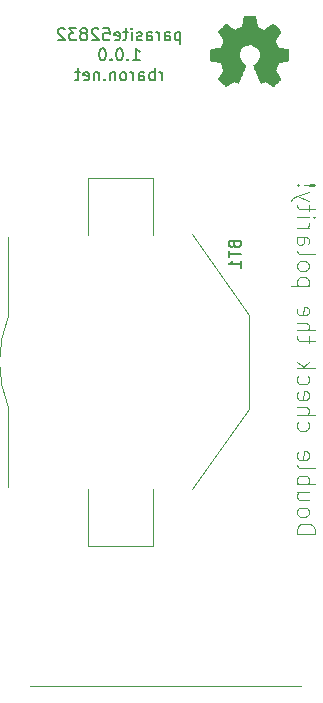
<source format=gbr>
G04 #@! TF.GenerationSoftware,KiCad,Pcbnew,(5.1.2-1)-1*
G04 #@! TF.CreationDate,2021-02-24T08:12:35+01:00*
G04 #@! TF.ProjectId,parasite,70617261-7369-4746-952e-6b696361645f,1.1.0*
G04 #@! TF.SameCoordinates,Original*
G04 #@! TF.FileFunction,Legend,Bot*
G04 #@! TF.FilePolarity,Positive*
%FSLAX46Y46*%
G04 Gerber Fmt 4.6, Leading zero omitted, Abs format (unit mm)*
G04 Created by KiCad (PCBNEW (5.1.2-1)-1) date 2021-02-24 08:12:35*
%MOMM*%
%LPD*%
G04 APERTURE LIST*
%ADD10C,0.100000*%
%ADD11C,0.200000*%
%ADD12C,0.120000*%
%ADD13C,0.010000*%
%ADD14C,0.150000*%
G04 APERTURE END LIST*
D10*
X129121428Y-86150000D02*
X130621428Y-86150000D01*
X130621428Y-85792857D01*
X130550000Y-85578571D01*
X130407142Y-85435714D01*
X130264285Y-85364285D01*
X129978571Y-85292857D01*
X129764285Y-85292857D01*
X129478571Y-85364285D01*
X129335714Y-85435714D01*
X129192857Y-85578571D01*
X129121428Y-85792857D01*
X129121428Y-86150000D01*
X129121428Y-84435714D02*
X129192857Y-84578571D01*
X129264285Y-84650000D01*
X129407142Y-84721428D01*
X129835714Y-84721428D01*
X129978571Y-84650000D01*
X130050000Y-84578571D01*
X130121428Y-84435714D01*
X130121428Y-84221428D01*
X130050000Y-84078571D01*
X129978571Y-84007142D01*
X129835714Y-83935714D01*
X129407142Y-83935714D01*
X129264285Y-84007142D01*
X129192857Y-84078571D01*
X129121428Y-84221428D01*
X129121428Y-84435714D01*
X130121428Y-82650000D02*
X129121428Y-82650000D01*
X130121428Y-83292857D02*
X129335714Y-83292857D01*
X129192857Y-83221428D01*
X129121428Y-83078571D01*
X129121428Y-82864285D01*
X129192857Y-82721428D01*
X129264285Y-82650000D01*
X129121428Y-81935714D02*
X130621428Y-81935714D01*
X130050000Y-81935714D02*
X130121428Y-81792857D01*
X130121428Y-81507142D01*
X130050000Y-81364285D01*
X129978571Y-81292857D01*
X129835714Y-81221428D01*
X129407142Y-81221428D01*
X129264285Y-81292857D01*
X129192857Y-81364285D01*
X129121428Y-81507142D01*
X129121428Y-81792857D01*
X129192857Y-81935714D01*
X129121428Y-80364285D02*
X129192857Y-80507142D01*
X129335714Y-80578571D01*
X130621428Y-80578571D01*
X129192857Y-79221428D02*
X129121428Y-79364285D01*
X129121428Y-79650000D01*
X129192857Y-79792857D01*
X129335714Y-79864285D01*
X129907142Y-79864285D01*
X130050000Y-79792857D01*
X130121428Y-79650000D01*
X130121428Y-79364285D01*
X130050000Y-79221428D01*
X129907142Y-79150000D01*
X129764285Y-79150000D01*
X129621428Y-79864285D01*
X129192857Y-76721428D02*
X129121428Y-76864285D01*
X129121428Y-77150000D01*
X129192857Y-77292857D01*
X129264285Y-77364285D01*
X129407142Y-77435714D01*
X129835714Y-77435714D01*
X129978571Y-77364285D01*
X130050000Y-77292857D01*
X130121428Y-77150000D01*
X130121428Y-76864285D01*
X130050000Y-76721428D01*
X129121428Y-76078571D02*
X130621428Y-76078571D01*
X129121428Y-75435714D02*
X129907142Y-75435714D01*
X130050000Y-75507142D01*
X130121428Y-75649999D01*
X130121428Y-75864285D01*
X130050000Y-76007142D01*
X129978571Y-76078571D01*
X129192857Y-74149999D02*
X129121428Y-74292857D01*
X129121428Y-74578571D01*
X129192857Y-74721428D01*
X129335714Y-74792857D01*
X129907142Y-74792857D01*
X130050000Y-74721428D01*
X130121428Y-74578571D01*
X130121428Y-74292857D01*
X130050000Y-74149999D01*
X129907142Y-74078571D01*
X129764285Y-74078571D01*
X129621428Y-74792857D01*
X129192857Y-72792857D02*
X129121428Y-72935714D01*
X129121428Y-73221428D01*
X129192857Y-73364285D01*
X129264285Y-73435714D01*
X129407142Y-73507142D01*
X129835714Y-73507142D01*
X129978571Y-73435714D01*
X130050000Y-73364285D01*
X130121428Y-73221428D01*
X130121428Y-72935714D01*
X130050000Y-72792857D01*
X129121428Y-72149999D02*
X130621428Y-72149999D01*
X129692857Y-72007142D02*
X129121428Y-71578571D01*
X130121428Y-71578571D02*
X129550000Y-72149999D01*
X130121428Y-70007142D02*
X130121428Y-69435714D01*
X130621428Y-69792857D02*
X129335714Y-69792857D01*
X129192857Y-69721428D01*
X129121428Y-69578571D01*
X129121428Y-69435714D01*
X129121428Y-68935714D02*
X130621428Y-68935714D01*
X129121428Y-68292857D02*
X129907142Y-68292857D01*
X130050000Y-68364285D01*
X130121428Y-68507142D01*
X130121428Y-68721428D01*
X130050000Y-68864285D01*
X129978571Y-68935714D01*
X129192857Y-67007142D02*
X129121428Y-67149999D01*
X129121428Y-67435714D01*
X129192857Y-67578571D01*
X129335714Y-67649999D01*
X129907142Y-67649999D01*
X130050000Y-67578571D01*
X130121428Y-67435714D01*
X130121428Y-67149999D01*
X130050000Y-67007142D01*
X129907142Y-66935714D01*
X129764285Y-66935714D01*
X129621428Y-67649999D01*
X130121428Y-65149999D02*
X128621428Y-65149999D01*
X130050000Y-65149999D02*
X130121428Y-65007142D01*
X130121428Y-64721428D01*
X130050000Y-64578571D01*
X129978571Y-64507142D01*
X129835714Y-64435714D01*
X129407142Y-64435714D01*
X129264285Y-64507142D01*
X129192857Y-64578571D01*
X129121428Y-64721428D01*
X129121428Y-65007142D01*
X129192857Y-65149999D01*
X129121428Y-63578571D02*
X129192857Y-63721428D01*
X129264285Y-63792857D01*
X129407142Y-63864285D01*
X129835714Y-63864285D01*
X129978571Y-63792857D01*
X130050000Y-63721428D01*
X130121428Y-63578571D01*
X130121428Y-63364285D01*
X130050000Y-63221428D01*
X129978571Y-63149999D01*
X129835714Y-63078571D01*
X129407142Y-63078571D01*
X129264285Y-63149999D01*
X129192857Y-63221428D01*
X129121428Y-63364285D01*
X129121428Y-63578571D01*
X129121428Y-62221428D02*
X129192857Y-62364285D01*
X129335714Y-62435714D01*
X130621428Y-62435714D01*
X129121428Y-61007142D02*
X129907142Y-61007142D01*
X130050000Y-61078571D01*
X130121428Y-61221428D01*
X130121428Y-61507142D01*
X130050000Y-61649999D01*
X129192857Y-61007142D02*
X129121428Y-61149999D01*
X129121428Y-61507142D01*
X129192857Y-61649999D01*
X129335714Y-61721428D01*
X129478571Y-61721428D01*
X129621428Y-61649999D01*
X129692857Y-61507142D01*
X129692857Y-61149999D01*
X129764285Y-61007142D01*
X129121428Y-60292857D02*
X130121428Y-60292857D01*
X129835714Y-60292857D02*
X129978571Y-60221428D01*
X130050000Y-60149999D01*
X130121428Y-60007142D01*
X130121428Y-59864285D01*
X129121428Y-59364285D02*
X130121428Y-59364285D01*
X130621428Y-59364285D02*
X130550000Y-59435714D01*
X130478571Y-59364285D01*
X130550000Y-59292857D01*
X130621428Y-59364285D01*
X130478571Y-59364285D01*
X130121428Y-58864285D02*
X130121428Y-58292857D01*
X130621428Y-58649999D02*
X129335714Y-58649999D01*
X129192857Y-58578571D01*
X129121428Y-58435714D01*
X129121428Y-58292857D01*
X130121428Y-57935714D02*
X129121428Y-57578571D01*
X130121428Y-57221428D02*
X129121428Y-57578571D01*
X128764285Y-57721428D01*
X128692857Y-57792857D01*
X128621428Y-57935714D01*
X129264285Y-56649999D02*
X129192857Y-56578571D01*
X129121428Y-56649999D01*
X129192857Y-56721428D01*
X129264285Y-56649999D01*
X129121428Y-56649999D01*
X129692857Y-56649999D02*
X130550000Y-56721428D01*
X130621428Y-56649999D01*
X130550000Y-56578571D01*
X129692857Y-56649999D01*
X130621428Y-56649999D01*
D11*
X119266666Y-43685714D02*
X119266666Y-44685714D01*
X119266666Y-43733333D02*
X119171428Y-43685714D01*
X118980952Y-43685714D01*
X118885714Y-43733333D01*
X118838095Y-43780952D01*
X118790476Y-43876190D01*
X118790476Y-44161904D01*
X118838095Y-44257142D01*
X118885714Y-44304761D01*
X118980952Y-44352380D01*
X119171428Y-44352380D01*
X119266666Y-44304761D01*
X117933333Y-44352380D02*
X117933333Y-43828571D01*
X117980952Y-43733333D01*
X118076190Y-43685714D01*
X118266666Y-43685714D01*
X118361904Y-43733333D01*
X117933333Y-44304761D02*
X118028571Y-44352380D01*
X118266666Y-44352380D01*
X118361904Y-44304761D01*
X118409523Y-44209523D01*
X118409523Y-44114285D01*
X118361904Y-44019047D01*
X118266666Y-43971428D01*
X118028571Y-43971428D01*
X117933333Y-43923809D01*
X117457142Y-44352380D02*
X117457142Y-43685714D01*
X117457142Y-43876190D02*
X117409523Y-43780952D01*
X117361904Y-43733333D01*
X117266666Y-43685714D01*
X117171428Y-43685714D01*
X116409523Y-44352380D02*
X116409523Y-43828571D01*
X116457142Y-43733333D01*
X116552380Y-43685714D01*
X116742857Y-43685714D01*
X116838095Y-43733333D01*
X116409523Y-44304761D02*
X116504761Y-44352380D01*
X116742857Y-44352380D01*
X116838095Y-44304761D01*
X116885714Y-44209523D01*
X116885714Y-44114285D01*
X116838095Y-44019047D01*
X116742857Y-43971428D01*
X116504761Y-43971428D01*
X116409523Y-43923809D01*
X115980952Y-44304761D02*
X115885714Y-44352380D01*
X115695238Y-44352380D01*
X115600000Y-44304761D01*
X115552380Y-44209523D01*
X115552380Y-44161904D01*
X115600000Y-44066666D01*
X115695238Y-44019047D01*
X115838095Y-44019047D01*
X115933333Y-43971428D01*
X115980952Y-43876190D01*
X115980952Y-43828571D01*
X115933333Y-43733333D01*
X115838095Y-43685714D01*
X115695238Y-43685714D01*
X115600000Y-43733333D01*
X115123809Y-44352380D02*
X115123809Y-43685714D01*
X115123809Y-43352380D02*
X115171428Y-43400000D01*
X115123809Y-43447619D01*
X115076190Y-43400000D01*
X115123809Y-43352380D01*
X115123809Y-43447619D01*
X114790476Y-43685714D02*
X114409523Y-43685714D01*
X114647619Y-43352380D02*
X114647619Y-44209523D01*
X114600000Y-44304761D01*
X114504761Y-44352380D01*
X114409523Y-44352380D01*
X113695238Y-44304761D02*
X113790476Y-44352380D01*
X113980952Y-44352380D01*
X114076190Y-44304761D01*
X114123809Y-44209523D01*
X114123809Y-43828571D01*
X114076190Y-43733333D01*
X113980952Y-43685714D01*
X113790476Y-43685714D01*
X113695238Y-43733333D01*
X113647619Y-43828571D01*
X113647619Y-43923809D01*
X114123809Y-44019047D01*
X112742857Y-43352380D02*
X113219047Y-43352380D01*
X113266666Y-43828571D01*
X113219047Y-43780952D01*
X113123809Y-43733333D01*
X112885714Y-43733333D01*
X112790476Y-43780952D01*
X112742857Y-43828571D01*
X112695238Y-43923809D01*
X112695238Y-44161904D01*
X112742857Y-44257142D01*
X112790476Y-44304761D01*
X112885714Y-44352380D01*
X113123809Y-44352380D01*
X113219047Y-44304761D01*
X113266666Y-44257142D01*
X112314285Y-43447619D02*
X112266666Y-43400000D01*
X112171428Y-43352380D01*
X111933333Y-43352380D01*
X111838095Y-43400000D01*
X111790476Y-43447619D01*
X111742857Y-43542857D01*
X111742857Y-43638095D01*
X111790476Y-43780952D01*
X112361904Y-44352380D01*
X111742857Y-44352380D01*
X111171428Y-43780952D02*
X111266666Y-43733333D01*
X111314285Y-43685714D01*
X111361904Y-43590476D01*
X111361904Y-43542857D01*
X111314285Y-43447619D01*
X111266666Y-43400000D01*
X111171428Y-43352380D01*
X110980952Y-43352380D01*
X110885714Y-43400000D01*
X110838095Y-43447619D01*
X110790476Y-43542857D01*
X110790476Y-43590476D01*
X110838095Y-43685714D01*
X110885714Y-43733333D01*
X110980952Y-43780952D01*
X111171428Y-43780952D01*
X111266666Y-43828571D01*
X111314285Y-43876190D01*
X111361904Y-43971428D01*
X111361904Y-44161904D01*
X111314285Y-44257142D01*
X111266666Y-44304761D01*
X111171428Y-44352380D01*
X110980952Y-44352380D01*
X110885714Y-44304761D01*
X110838095Y-44257142D01*
X110790476Y-44161904D01*
X110790476Y-43971428D01*
X110838095Y-43876190D01*
X110885714Y-43828571D01*
X110980952Y-43780952D01*
X110457142Y-43352380D02*
X109838095Y-43352380D01*
X110171428Y-43733333D01*
X110028571Y-43733333D01*
X109933333Y-43780952D01*
X109885714Y-43828571D01*
X109838095Y-43923809D01*
X109838095Y-44161904D01*
X109885714Y-44257142D01*
X109933333Y-44304761D01*
X110028571Y-44352380D01*
X110314285Y-44352380D01*
X110409523Y-44304761D01*
X110457142Y-44257142D01*
X109457142Y-43447619D02*
X109409523Y-43400000D01*
X109314285Y-43352380D01*
X109076190Y-43352380D01*
X108980952Y-43400000D01*
X108933333Y-43447619D01*
X108885714Y-43542857D01*
X108885714Y-43638095D01*
X108933333Y-43780952D01*
X109504761Y-44352380D01*
X108885714Y-44352380D01*
X115242857Y-46052380D02*
X115814285Y-46052380D01*
X115528571Y-46052380D02*
X115528571Y-45052380D01*
X115623809Y-45195238D01*
X115719047Y-45290476D01*
X115814285Y-45338095D01*
X114814285Y-45957142D02*
X114766666Y-46004761D01*
X114814285Y-46052380D01*
X114861904Y-46004761D01*
X114814285Y-45957142D01*
X114814285Y-46052380D01*
X114147619Y-45052380D02*
X114052380Y-45052380D01*
X113957142Y-45100000D01*
X113909523Y-45147619D01*
X113861904Y-45242857D01*
X113814285Y-45433333D01*
X113814285Y-45671428D01*
X113861904Y-45861904D01*
X113909523Y-45957142D01*
X113957142Y-46004761D01*
X114052380Y-46052380D01*
X114147619Y-46052380D01*
X114242857Y-46004761D01*
X114290476Y-45957142D01*
X114338095Y-45861904D01*
X114385714Y-45671428D01*
X114385714Y-45433333D01*
X114338095Y-45242857D01*
X114290476Y-45147619D01*
X114242857Y-45100000D01*
X114147619Y-45052380D01*
X113385714Y-45957142D02*
X113338095Y-46004761D01*
X113385714Y-46052380D01*
X113433333Y-46004761D01*
X113385714Y-45957142D01*
X113385714Y-46052380D01*
X112719047Y-45052380D02*
X112623809Y-45052380D01*
X112528571Y-45100000D01*
X112480952Y-45147619D01*
X112433333Y-45242857D01*
X112385714Y-45433333D01*
X112385714Y-45671428D01*
X112433333Y-45861904D01*
X112480952Y-45957142D01*
X112528571Y-46004761D01*
X112623809Y-46052380D01*
X112719047Y-46052380D01*
X112814285Y-46004761D01*
X112861904Y-45957142D01*
X112909523Y-45861904D01*
X112957142Y-45671428D01*
X112957142Y-45433333D01*
X112909523Y-45242857D01*
X112861904Y-45147619D01*
X112814285Y-45100000D01*
X112719047Y-45052380D01*
X117695238Y-47752380D02*
X117695238Y-47085714D01*
X117695238Y-47276190D02*
X117647619Y-47180952D01*
X117600000Y-47133333D01*
X117504761Y-47085714D01*
X117409523Y-47085714D01*
X117076190Y-47752380D02*
X117076190Y-46752380D01*
X117076190Y-47133333D02*
X116980952Y-47085714D01*
X116790476Y-47085714D01*
X116695238Y-47133333D01*
X116647619Y-47180952D01*
X116600000Y-47276190D01*
X116600000Y-47561904D01*
X116647619Y-47657142D01*
X116695238Y-47704761D01*
X116790476Y-47752380D01*
X116980952Y-47752380D01*
X117076190Y-47704761D01*
X115742857Y-47752380D02*
X115742857Y-47228571D01*
X115790476Y-47133333D01*
X115885714Y-47085714D01*
X116076190Y-47085714D01*
X116171428Y-47133333D01*
X115742857Y-47704761D02*
X115838095Y-47752380D01*
X116076190Y-47752380D01*
X116171428Y-47704761D01*
X116219047Y-47609523D01*
X116219047Y-47514285D01*
X116171428Y-47419047D01*
X116076190Y-47371428D01*
X115838095Y-47371428D01*
X115742857Y-47323809D01*
X115266666Y-47752380D02*
X115266666Y-47085714D01*
X115266666Y-47276190D02*
X115219047Y-47180952D01*
X115171428Y-47133333D01*
X115076190Y-47085714D01*
X114980952Y-47085714D01*
X114504761Y-47752380D02*
X114600000Y-47704761D01*
X114647619Y-47657142D01*
X114695238Y-47561904D01*
X114695238Y-47276190D01*
X114647619Y-47180952D01*
X114600000Y-47133333D01*
X114504761Y-47085714D01*
X114361904Y-47085714D01*
X114266666Y-47133333D01*
X114219047Y-47180952D01*
X114171428Y-47276190D01*
X114171428Y-47561904D01*
X114219047Y-47657142D01*
X114266666Y-47704761D01*
X114361904Y-47752380D01*
X114504761Y-47752380D01*
X113742857Y-47085714D02*
X113742857Y-47752380D01*
X113742857Y-47180952D02*
X113695238Y-47133333D01*
X113600000Y-47085714D01*
X113457142Y-47085714D01*
X113361904Y-47133333D01*
X113314285Y-47228571D01*
X113314285Y-47752380D01*
X112838095Y-47657142D02*
X112790476Y-47704761D01*
X112838095Y-47752380D01*
X112885714Y-47704761D01*
X112838095Y-47657142D01*
X112838095Y-47752380D01*
X112361904Y-47085714D02*
X112361904Y-47752380D01*
X112361904Y-47180952D02*
X112314285Y-47133333D01*
X112219047Y-47085714D01*
X112076190Y-47085714D01*
X111980952Y-47133333D01*
X111933333Y-47228571D01*
X111933333Y-47752380D01*
X111076190Y-47704761D02*
X111171428Y-47752380D01*
X111361904Y-47752380D01*
X111457142Y-47704761D01*
X111504761Y-47609523D01*
X111504761Y-47228571D01*
X111457142Y-47133333D01*
X111361904Y-47085714D01*
X111171428Y-47085714D01*
X111076190Y-47133333D01*
X111028571Y-47228571D01*
X111028571Y-47323809D01*
X111504761Y-47419047D01*
X110742857Y-47085714D02*
X110361904Y-47085714D01*
X110600000Y-46752380D02*
X110600000Y-47609523D01*
X110552380Y-47704761D01*
X110457142Y-47752380D01*
X110361904Y-47752380D01*
D12*
X106500000Y-99000000D02*
X129500000Y-99000000D01*
D13*
G36*
X124544186Y-42768931D02*
G01*
X124460365Y-43213555D01*
X124151080Y-43341053D01*
X123841794Y-43468551D01*
X123470754Y-43216246D01*
X123366843Y-43145996D01*
X123272913Y-43083272D01*
X123193348Y-43030938D01*
X123132530Y-42991857D01*
X123094843Y-42968893D01*
X123084579Y-42963942D01*
X123066090Y-42976676D01*
X123026580Y-43011882D01*
X122970478Y-43065062D01*
X122902213Y-43131718D01*
X122826214Y-43207354D01*
X122746908Y-43287472D01*
X122668725Y-43367574D01*
X122596093Y-43443164D01*
X122533441Y-43509745D01*
X122485197Y-43562818D01*
X122455790Y-43597887D01*
X122448759Y-43609623D01*
X122458877Y-43631260D01*
X122487241Y-43678662D01*
X122530871Y-43747193D01*
X122586782Y-43832215D01*
X122651994Y-43929093D01*
X122689781Y-43984350D01*
X122758657Y-44085248D01*
X122819860Y-44176299D01*
X122870422Y-44252970D01*
X122907372Y-44310728D01*
X122927742Y-44345043D01*
X122930803Y-44352254D01*
X122923864Y-44372748D01*
X122904949Y-44420513D01*
X122876913Y-44488832D01*
X122842609Y-44570989D01*
X122804891Y-44660270D01*
X122766613Y-44749958D01*
X122730630Y-44833338D01*
X122699794Y-44903694D01*
X122676961Y-44954310D01*
X122664983Y-44978471D01*
X122664276Y-44979422D01*
X122645469Y-44984036D01*
X122595382Y-44994328D01*
X122519207Y-45009287D01*
X122422135Y-45027901D01*
X122309357Y-45049159D01*
X122243558Y-45061418D01*
X122123050Y-45084362D01*
X122014203Y-45106195D01*
X121922524Y-45125722D01*
X121853519Y-45141748D01*
X121812696Y-45153079D01*
X121804489Y-45156674D01*
X121796452Y-45181006D01*
X121789967Y-45235959D01*
X121785030Y-45315108D01*
X121781636Y-45412026D01*
X121779782Y-45520287D01*
X121779462Y-45633465D01*
X121780673Y-45745135D01*
X121783410Y-45848868D01*
X121787669Y-45938241D01*
X121793445Y-46006826D01*
X121800733Y-46048197D01*
X121805105Y-46056810D01*
X121831236Y-46067133D01*
X121886607Y-46081892D01*
X121963893Y-46099352D01*
X122055770Y-46117780D01*
X122087842Y-46123741D01*
X122242476Y-46152066D01*
X122364625Y-46174876D01*
X122458327Y-46193080D01*
X122527616Y-46207583D01*
X122576529Y-46219292D01*
X122609103Y-46229115D01*
X122629372Y-46237956D01*
X122641374Y-46246724D01*
X122643053Y-46248457D01*
X122659816Y-46276371D01*
X122685386Y-46330695D01*
X122717212Y-46404777D01*
X122752740Y-46491965D01*
X122789417Y-46585608D01*
X122824689Y-46679052D01*
X122856004Y-46765647D01*
X122880807Y-46838740D01*
X122896546Y-46891678D01*
X122900668Y-46917811D01*
X122900324Y-46918726D01*
X122886359Y-46940086D01*
X122854678Y-46987084D01*
X122808609Y-47054827D01*
X122751482Y-47138423D01*
X122686627Y-47232982D01*
X122668157Y-47259854D01*
X122602301Y-47357275D01*
X122544350Y-47446163D01*
X122497462Y-47521412D01*
X122464793Y-47577920D01*
X122449500Y-47610581D01*
X122448759Y-47614593D01*
X122461608Y-47635684D01*
X122497112Y-47677464D01*
X122550707Y-47735445D01*
X122617829Y-47805135D01*
X122693913Y-47882045D01*
X122774396Y-47961683D01*
X122854713Y-48039561D01*
X122930301Y-48111186D01*
X122996595Y-48172070D01*
X123049031Y-48217721D01*
X123083045Y-48243650D01*
X123092455Y-48247883D01*
X123114357Y-48237912D01*
X123159200Y-48211020D01*
X123219679Y-48171736D01*
X123266211Y-48140117D01*
X123350525Y-48082098D01*
X123450374Y-48013784D01*
X123550527Y-47945579D01*
X123604373Y-47909075D01*
X123786629Y-47785800D01*
X123939619Y-47868520D01*
X124009318Y-47904759D01*
X124068586Y-47932926D01*
X124108689Y-47948991D01*
X124118897Y-47951226D01*
X124131171Y-47934722D01*
X124155387Y-47888082D01*
X124189737Y-47815609D01*
X124232412Y-47721606D01*
X124281606Y-47610374D01*
X124335510Y-47486215D01*
X124392316Y-47353432D01*
X124450218Y-47216327D01*
X124507407Y-47079202D01*
X124562076Y-46946358D01*
X124612416Y-46822098D01*
X124656620Y-46710725D01*
X124692881Y-46616539D01*
X124719391Y-46543844D01*
X124734342Y-46496941D01*
X124736746Y-46480833D01*
X124717689Y-46460286D01*
X124675964Y-46426933D01*
X124620294Y-46387702D01*
X124615622Y-46384599D01*
X124471736Y-46269423D01*
X124355717Y-46135053D01*
X124268570Y-45985784D01*
X124211301Y-45825913D01*
X124184914Y-45659737D01*
X124190415Y-45491552D01*
X124228810Y-45325655D01*
X124301105Y-45166342D01*
X124322374Y-45131487D01*
X124433004Y-44990737D01*
X124563698Y-44877714D01*
X124709936Y-44793003D01*
X124867192Y-44737194D01*
X125030943Y-44710874D01*
X125196667Y-44714630D01*
X125359838Y-44749050D01*
X125515935Y-44814723D01*
X125660433Y-44912235D01*
X125705131Y-44951813D01*
X125818888Y-45075703D01*
X125901782Y-45206124D01*
X125958644Y-45352315D01*
X125990313Y-45497088D01*
X125998131Y-45659860D01*
X125972062Y-45823440D01*
X125914755Y-45982298D01*
X125828856Y-46130906D01*
X125717014Y-46263735D01*
X125581877Y-46375256D01*
X125564117Y-46387011D01*
X125507850Y-46425508D01*
X125465077Y-46458863D01*
X125444628Y-46480160D01*
X125444331Y-46480833D01*
X125448721Y-46503871D01*
X125466124Y-46556157D01*
X125494732Y-46633390D01*
X125532735Y-46731268D01*
X125578326Y-46845491D01*
X125629697Y-46971758D01*
X125685038Y-47105767D01*
X125742542Y-47243218D01*
X125800399Y-47379808D01*
X125856802Y-47511237D01*
X125909942Y-47633205D01*
X125958010Y-47741409D01*
X125999199Y-47831549D01*
X126031699Y-47899323D01*
X126053703Y-47940430D01*
X126062564Y-47951226D01*
X126089640Y-47942819D01*
X126140303Y-47920272D01*
X126205817Y-47887613D01*
X126241841Y-47868520D01*
X126394832Y-47785800D01*
X126577088Y-47909075D01*
X126670125Y-47972228D01*
X126771985Y-48041727D01*
X126867438Y-48107165D01*
X126915250Y-48140117D01*
X126982495Y-48185273D01*
X127039436Y-48221057D01*
X127078646Y-48242938D01*
X127091381Y-48247563D01*
X127109917Y-48235085D01*
X127150941Y-48200252D01*
X127210475Y-48146678D01*
X127284542Y-48077983D01*
X127369165Y-47997781D01*
X127422685Y-47946286D01*
X127516319Y-47854286D01*
X127597241Y-47771999D01*
X127662177Y-47702945D01*
X127707858Y-47650644D01*
X127731011Y-47618616D01*
X127733232Y-47612116D01*
X127722924Y-47587394D01*
X127694439Y-47537405D01*
X127650937Y-47467212D01*
X127595577Y-47381875D01*
X127531520Y-47286456D01*
X127513303Y-47259854D01*
X127446927Y-47163167D01*
X127387378Y-47076117D01*
X127337984Y-47003595D01*
X127302075Y-46950493D01*
X127282981Y-46921703D01*
X127281136Y-46918726D01*
X127283895Y-46895782D01*
X127298538Y-46845336D01*
X127322513Y-46774041D01*
X127353266Y-46688547D01*
X127388244Y-46595507D01*
X127424893Y-46501574D01*
X127460661Y-46413399D01*
X127492994Y-46337634D01*
X127519338Y-46280931D01*
X127537142Y-46249943D01*
X127538407Y-46248457D01*
X127549294Y-46239601D01*
X127567682Y-46230843D01*
X127597606Y-46221277D01*
X127643103Y-46209996D01*
X127708209Y-46196093D01*
X127796961Y-46178663D01*
X127913393Y-46156798D01*
X128061542Y-46129591D01*
X128093618Y-46123741D01*
X128188686Y-46105374D01*
X128271565Y-46087405D01*
X128334930Y-46071569D01*
X128371458Y-46059600D01*
X128376356Y-46056810D01*
X128384427Y-46032072D01*
X128390987Y-45976790D01*
X128396033Y-45897389D01*
X128399559Y-45800296D01*
X128401561Y-45691938D01*
X128402036Y-45578740D01*
X128400977Y-45467128D01*
X128398382Y-45363529D01*
X128394246Y-45274368D01*
X128388563Y-45206072D01*
X128381331Y-45165066D01*
X128376971Y-45156674D01*
X128352698Y-45148208D01*
X128297426Y-45134435D01*
X128216662Y-45116550D01*
X128115912Y-45095748D01*
X128000683Y-45073223D01*
X127937902Y-45061418D01*
X127818787Y-45039151D01*
X127712565Y-45018979D01*
X127624427Y-45001915D01*
X127559566Y-44988969D01*
X127523174Y-44981155D01*
X127517184Y-44979422D01*
X127507061Y-44959890D01*
X127485662Y-44912843D01*
X127455839Y-44845003D01*
X127420445Y-44763091D01*
X127382332Y-44673828D01*
X127344353Y-44583935D01*
X127309360Y-44500135D01*
X127280206Y-44429147D01*
X127259743Y-44377694D01*
X127250823Y-44352497D01*
X127250657Y-44351396D01*
X127260769Y-44331519D01*
X127289117Y-44285777D01*
X127332723Y-44218717D01*
X127388606Y-44134884D01*
X127453787Y-44038826D01*
X127491679Y-43983650D01*
X127560725Y-43882481D01*
X127622050Y-43790630D01*
X127672663Y-43712744D01*
X127709571Y-43653469D01*
X127729782Y-43617451D01*
X127732701Y-43609377D01*
X127720153Y-43590584D01*
X127685463Y-43550457D01*
X127633063Y-43493493D01*
X127567384Y-43424185D01*
X127492856Y-43347031D01*
X127413913Y-43266525D01*
X127334983Y-43187163D01*
X127260500Y-43113440D01*
X127194894Y-43049852D01*
X127142596Y-43000894D01*
X127108039Y-42971061D01*
X127096478Y-42963942D01*
X127077654Y-42973953D01*
X127032631Y-43002078D01*
X126965787Y-43045454D01*
X126881499Y-43101218D01*
X126784144Y-43166506D01*
X126710707Y-43216246D01*
X126339667Y-43468551D01*
X125721095Y-43213555D01*
X125637275Y-42768931D01*
X125553454Y-42324307D01*
X124628006Y-42324307D01*
X124544186Y-42768931D01*
X124544186Y-42768931D01*
G37*
X124544186Y-42768931D02*
X124460365Y-43213555D01*
X124151080Y-43341053D01*
X123841794Y-43468551D01*
X123470754Y-43216246D01*
X123366843Y-43145996D01*
X123272913Y-43083272D01*
X123193348Y-43030938D01*
X123132530Y-42991857D01*
X123094843Y-42968893D01*
X123084579Y-42963942D01*
X123066090Y-42976676D01*
X123026580Y-43011882D01*
X122970478Y-43065062D01*
X122902213Y-43131718D01*
X122826214Y-43207354D01*
X122746908Y-43287472D01*
X122668725Y-43367574D01*
X122596093Y-43443164D01*
X122533441Y-43509745D01*
X122485197Y-43562818D01*
X122455790Y-43597887D01*
X122448759Y-43609623D01*
X122458877Y-43631260D01*
X122487241Y-43678662D01*
X122530871Y-43747193D01*
X122586782Y-43832215D01*
X122651994Y-43929093D01*
X122689781Y-43984350D01*
X122758657Y-44085248D01*
X122819860Y-44176299D01*
X122870422Y-44252970D01*
X122907372Y-44310728D01*
X122927742Y-44345043D01*
X122930803Y-44352254D01*
X122923864Y-44372748D01*
X122904949Y-44420513D01*
X122876913Y-44488832D01*
X122842609Y-44570989D01*
X122804891Y-44660270D01*
X122766613Y-44749958D01*
X122730630Y-44833338D01*
X122699794Y-44903694D01*
X122676961Y-44954310D01*
X122664983Y-44978471D01*
X122664276Y-44979422D01*
X122645469Y-44984036D01*
X122595382Y-44994328D01*
X122519207Y-45009287D01*
X122422135Y-45027901D01*
X122309357Y-45049159D01*
X122243558Y-45061418D01*
X122123050Y-45084362D01*
X122014203Y-45106195D01*
X121922524Y-45125722D01*
X121853519Y-45141748D01*
X121812696Y-45153079D01*
X121804489Y-45156674D01*
X121796452Y-45181006D01*
X121789967Y-45235959D01*
X121785030Y-45315108D01*
X121781636Y-45412026D01*
X121779782Y-45520287D01*
X121779462Y-45633465D01*
X121780673Y-45745135D01*
X121783410Y-45848868D01*
X121787669Y-45938241D01*
X121793445Y-46006826D01*
X121800733Y-46048197D01*
X121805105Y-46056810D01*
X121831236Y-46067133D01*
X121886607Y-46081892D01*
X121963893Y-46099352D01*
X122055770Y-46117780D01*
X122087842Y-46123741D01*
X122242476Y-46152066D01*
X122364625Y-46174876D01*
X122458327Y-46193080D01*
X122527616Y-46207583D01*
X122576529Y-46219292D01*
X122609103Y-46229115D01*
X122629372Y-46237956D01*
X122641374Y-46246724D01*
X122643053Y-46248457D01*
X122659816Y-46276371D01*
X122685386Y-46330695D01*
X122717212Y-46404777D01*
X122752740Y-46491965D01*
X122789417Y-46585608D01*
X122824689Y-46679052D01*
X122856004Y-46765647D01*
X122880807Y-46838740D01*
X122896546Y-46891678D01*
X122900668Y-46917811D01*
X122900324Y-46918726D01*
X122886359Y-46940086D01*
X122854678Y-46987084D01*
X122808609Y-47054827D01*
X122751482Y-47138423D01*
X122686627Y-47232982D01*
X122668157Y-47259854D01*
X122602301Y-47357275D01*
X122544350Y-47446163D01*
X122497462Y-47521412D01*
X122464793Y-47577920D01*
X122449500Y-47610581D01*
X122448759Y-47614593D01*
X122461608Y-47635684D01*
X122497112Y-47677464D01*
X122550707Y-47735445D01*
X122617829Y-47805135D01*
X122693913Y-47882045D01*
X122774396Y-47961683D01*
X122854713Y-48039561D01*
X122930301Y-48111186D01*
X122996595Y-48172070D01*
X123049031Y-48217721D01*
X123083045Y-48243650D01*
X123092455Y-48247883D01*
X123114357Y-48237912D01*
X123159200Y-48211020D01*
X123219679Y-48171736D01*
X123266211Y-48140117D01*
X123350525Y-48082098D01*
X123450374Y-48013784D01*
X123550527Y-47945579D01*
X123604373Y-47909075D01*
X123786629Y-47785800D01*
X123939619Y-47868520D01*
X124009318Y-47904759D01*
X124068586Y-47932926D01*
X124108689Y-47948991D01*
X124118897Y-47951226D01*
X124131171Y-47934722D01*
X124155387Y-47888082D01*
X124189737Y-47815609D01*
X124232412Y-47721606D01*
X124281606Y-47610374D01*
X124335510Y-47486215D01*
X124392316Y-47353432D01*
X124450218Y-47216327D01*
X124507407Y-47079202D01*
X124562076Y-46946358D01*
X124612416Y-46822098D01*
X124656620Y-46710725D01*
X124692881Y-46616539D01*
X124719391Y-46543844D01*
X124734342Y-46496941D01*
X124736746Y-46480833D01*
X124717689Y-46460286D01*
X124675964Y-46426933D01*
X124620294Y-46387702D01*
X124615622Y-46384599D01*
X124471736Y-46269423D01*
X124355717Y-46135053D01*
X124268570Y-45985784D01*
X124211301Y-45825913D01*
X124184914Y-45659737D01*
X124190415Y-45491552D01*
X124228810Y-45325655D01*
X124301105Y-45166342D01*
X124322374Y-45131487D01*
X124433004Y-44990737D01*
X124563698Y-44877714D01*
X124709936Y-44793003D01*
X124867192Y-44737194D01*
X125030943Y-44710874D01*
X125196667Y-44714630D01*
X125359838Y-44749050D01*
X125515935Y-44814723D01*
X125660433Y-44912235D01*
X125705131Y-44951813D01*
X125818888Y-45075703D01*
X125901782Y-45206124D01*
X125958644Y-45352315D01*
X125990313Y-45497088D01*
X125998131Y-45659860D01*
X125972062Y-45823440D01*
X125914755Y-45982298D01*
X125828856Y-46130906D01*
X125717014Y-46263735D01*
X125581877Y-46375256D01*
X125564117Y-46387011D01*
X125507850Y-46425508D01*
X125465077Y-46458863D01*
X125444628Y-46480160D01*
X125444331Y-46480833D01*
X125448721Y-46503871D01*
X125466124Y-46556157D01*
X125494732Y-46633390D01*
X125532735Y-46731268D01*
X125578326Y-46845491D01*
X125629697Y-46971758D01*
X125685038Y-47105767D01*
X125742542Y-47243218D01*
X125800399Y-47379808D01*
X125856802Y-47511237D01*
X125909942Y-47633205D01*
X125958010Y-47741409D01*
X125999199Y-47831549D01*
X126031699Y-47899323D01*
X126053703Y-47940430D01*
X126062564Y-47951226D01*
X126089640Y-47942819D01*
X126140303Y-47920272D01*
X126205817Y-47887613D01*
X126241841Y-47868520D01*
X126394832Y-47785800D01*
X126577088Y-47909075D01*
X126670125Y-47972228D01*
X126771985Y-48041727D01*
X126867438Y-48107165D01*
X126915250Y-48140117D01*
X126982495Y-48185273D01*
X127039436Y-48221057D01*
X127078646Y-48242938D01*
X127091381Y-48247563D01*
X127109917Y-48235085D01*
X127150941Y-48200252D01*
X127210475Y-48146678D01*
X127284542Y-48077983D01*
X127369165Y-47997781D01*
X127422685Y-47946286D01*
X127516319Y-47854286D01*
X127597241Y-47771999D01*
X127662177Y-47702945D01*
X127707858Y-47650644D01*
X127731011Y-47618616D01*
X127733232Y-47612116D01*
X127722924Y-47587394D01*
X127694439Y-47537405D01*
X127650937Y-47467212D01*
X127595577Y-47381875D01*
X127531520Y-47286456D01*
X127513303Y-47259854D01*
X127446927Y-47163167D01*
X127387378Y-47076117D01*
X127337984Y-47003595D01*
X127302075Y-46950493D01*
X127282981Y-46921703D01*
X127281136Y-46918726D01*
X127283895Y-46895782D01*
X127298538Y-46845336D01*
X127322513Y-46774041D01*
X127353266Y-46688547D01*
X127388244Y-46595507D01*
X127424893Y-46501574D01*
X127460661Y-46413399D01*
X127492994Y-46337634D01*
X127519338Y-46280931D01*
X127537142Y-46249943D01*
X127538407Y-46248457D01*
X127549294Y-46239601D01*
X127567682Y-46230843D01*
X127597606Y-46221277D01*
X127643103Y-46209996D01*
X127708209Y-46196093D01*
X127796961Y-46178663D01*
X127913393Y-46156798D01*
X128061542Y-46129591D01*
X128093618Y-46123741D01*
X128188686Y-46105374D01*
X128271565Y-46087405D01*
X128334930Y-46071569D01*
X128371458Y-46059600D01*
X128376356Y-46056810D01*
X128384427Y-46032072D01*
X128390987Y-45976790D01*
X128396033Y-45897389D01*
X128399559Y-45800296D01*
X128401561Y-45691938D01*
X128402036Y-45578740D01*
X128400977Y-45467128D01*
X128398382Y-45363529D01*
X128394246Y-45274368D01*
X128388563Y-45206072D01*
X128381331Y-45165066D01*
X128376971Y-45156674D01*
X128352698Y-45148208D01*
X128297426Y-45134435D01*
X128216662Y-45116550D01*
X128115912Y-45095748D01*
X128000683Y-45073223D01*
X127937902Y-45061418D01*
X127818787Y-45039151D01*
X127712565Y-45018979D01*
X127624427Y-45001915D01*
X127559566Y-44988969D01*
X127523174Y-44981155D01*
X127517184Y-44979422D01*
X127507061Y-44959890D01*
X127485662Y-44912843D01*
X127455839Y-44845003D01*
X127420445Y-44763091D01*
X127382332Y-44673828D01*
X127344353Y-44583935D01*
X127309360Y-44500135D01*
X127280206Y-44429147D01*
X127259743Y-44377694D01*
X127250823Y-44352497D01*
X127250657Y-44351396D01*
X127260769Y-44331519D01*
X127289117Y-44285777D01*
X127332723Y-44218717D01*
X127388606Y-44134884D01*
X127453787Y-44038826D01*
X127491679Y-43983650D01*
X127560725Y-43882481D01*
X127622050Y-43790630D01*
X127672663Y-43712744D01*
X127709571Y-43653469D01*
X127729782Y-43617451D01*
X127732701Y-43609377D01*
X127720153Y-43590584D01*
X127685463Y-43550457D01*
X127633063Y-43493493D01*
X127567384Y-43424185D01*
X127492856Y-43347031D01*
X127413913Y-43266525D01*
X127334983Y-43187163D01*
X127260500Y-43113440D01*
X127194894Y-43049852D01*
X127142596Y-43000894D01*
X127108039Y-42971061D01*
X127096478Y-42963942D01*
X127077654Y-42973953D01*
X127032631Y-43002078D01*
X126965787Y-43045454D01*
X126881499Y-43101218D01*
X126784144Y-43166506D01*
X126710707Y-43216246D01*
X126339667Y-43468551D01*
X125721095Y-43213555D01*
X125637275Y-42768931D01*
X125553454Y-42324307D01*
X124628006Y-42324307D01*
X124544186Y-42768931D01*
D12*
X120250000Y-60800000D02*
X125050000Y-67650000D01*
X125050000Y-67650000D02*
X125050000Y-75550000D01*
X125050000Y-75550000D02*
X120250000Y-82350000D01*
X104700000Y-61050000D02*
X104700000Y-67750000D01*
X104698536Y-67753615D02*
G75*
G03X104700000Y-75450000I9501464J-3846385D01*
G01*
X104700000Y-82150000D02*
X104700000Y-75450000D01*
X111450000Y-60850000D02*
X111450000Y-56050000D01*
X111450000Y-56050000D02*
X116950000Y-56050000D01*
X116950000Y-56050000D02*
X116950000Y-60850000D01*
X116950000Y-82350000D02*
X116950000Y-87150000D01*
X116950000Y-87150000D02*
X111450000Y-87150000D01*
X111450000Y-87150000D02*
X111450000Y-82350000D01*
D14*
X123828571Y-61664285D02*
X123876190Y-61807142D01*
X123923809Y-61854761D01*
X124019047Y-61902380D01*
X124161904Y-61902380D01*
X124257142Y-61854761D01*
X124304761Y-61807142D01*
X124352380Y-61711904D01*
X124352380Y-61330952D01*
X123352380Y-61330952D01*
X123352380Y-61664285D01*
X123400000Y-61759523D01*
X123447619Y-61807142D01*
X123542857Y-61854761D01*
X123638095Y-61854761D01*
X123733333Y-61807142D01*
X123780952Y-61759523D01*
X123828571Y-61664285D01*
X123828571Y-61330952D01*
X123352380Y-62188095D02*
X123352380Y-62759523D01*
X124352380Y-62473809D02*
X123352380Y-62473809D01*
X124352380Y-63616666D02*
X124352380Y-63045238D01*
X124352380Y-63330952D02*
X123352380Y-63330952D01*
X123495238Y-63235714D01*
X123590476Y-63140476D01*
X123638095Y-63045238D01*
M02*

</source>
